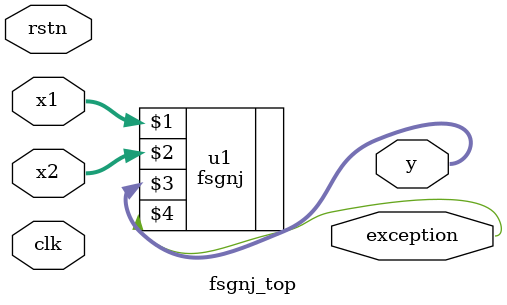
<source format=v>
module fsgnj_top
   (  input wire [31:0]  x1,
      input wire [31:0]  x2,
      output wire [31:0] y,
      output wire        exception,
      input wire        clk,
      input wire        rstn);

   fsgnj u1(x1,x2,y,exception);

endmodule
</source>
